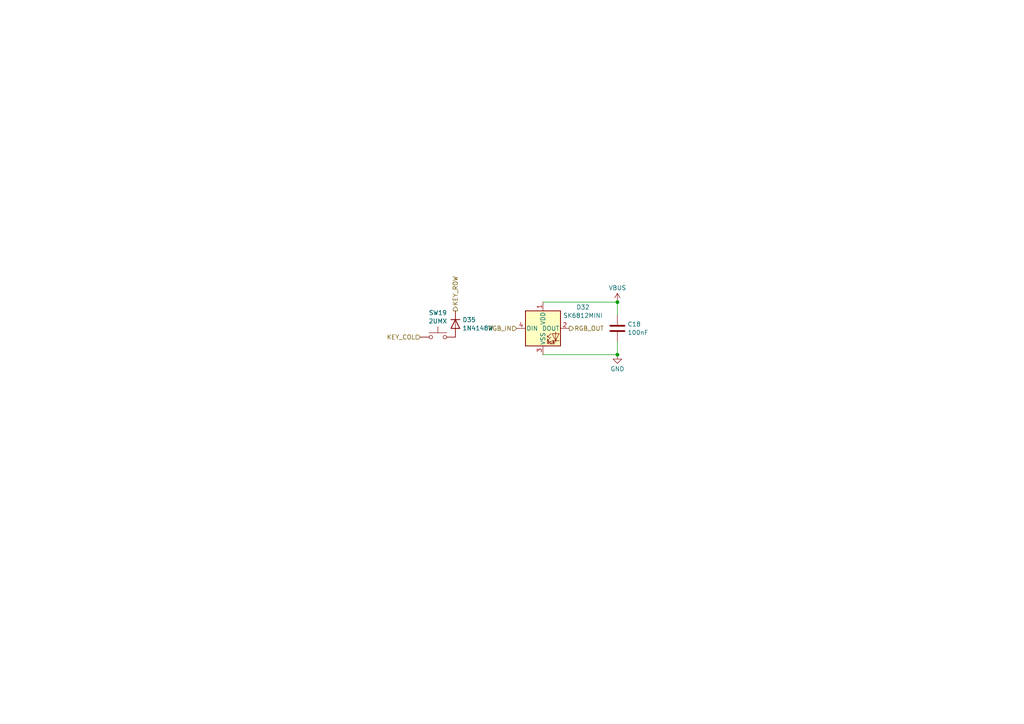
<source format=kicad_sch>
(kicad_sch (version 20231120) (generator "eeschema") (generator_version "8.0")
  (paper "A4")
  (lib_symbols
    (symbol "DecentUSB_Library:SK6812MINI" (pin_names (offset 0.254))
      (property "Reference" "D" (at 5.08 5.715 0))
      (property "Value" "SK6812MINI" (at 1.27 -5.715 0))
      (symbol "SK6812MINI_0_0"
        (text "RGB" (at 2.286 -4.191 0) (effects (font (size 0.762 0.762))))
      )
      (symbol "SK6812MINI_0_1"
        (polyline (pts (xy 1.27 -3.556) (xy 1.778 -3.556)))
        (polyline (pts (xy 1.27 -2.54) (xy 1.778 -2.54)))
        (polyline (pts (xy 4.699 -3.556) (xy 2.667 -3.556)))
        (polyline (pts (xy 2.286 -2.54) (xy 1.27 -3.556) (xy 1.27 -3.048)))
        (polyline (pts (xy 2.286 -1.524) (xy 1.27 -2.54) (xy 1.27 -2.032)))
        (polyline (pts (xy 3.683 -1.016) (xy 3.683 -3.556) (xy 3.683 -4.064)))
        (polyline (pts (xy 4.699 -1.524) (xy 2.667 -1.524) (xy 3.683 -3.556) (xy 4.699 -1.524)))
        (rectangle (start 5.08 5.08) (end -5.08 -5.08) (stroke (width 0.254)) (fill (type background)))
      )
      (symbol "SK6812MINI_1_1"
        (pin power_in line (at 0 7.62 270) (length 2.54) (name "VDD") (number "1"))
        (pin output line (at 7.62 0 180) (length 2.54) (name "DOUT") (number "2"))
        (pin power_in line (at 0 -7.62 90) (length 2.54) (name "VSS") (number "3"))
        (pin input line (at -7.62 0 0) (length 2.54) (name "DIN") (number "4"))
      )
    )
    (symbol "Device:C" (pin_numbers hide) (pin_names (offset 0.254))
      (property "Reference" "C" (at 0.635 2.54 0))
      (property "Value" "C" (at 0.635 -2.54 0))
      (symbol "C_0_1"
        (polyline (pts (xy -2.032 -0.762) (xy 2.032 -0.762)) (stroke (width 0.508)))
        (polyline (pts (xy -2.032 0.762) (xy 2.032 0.762)) (stroke (width 0.508)))
      )
      (symbol "C_1_1"
        (pin passive line (at 0 3.81 270) (length 2.794) (name "~") (number "1"))
        (pin passive line (at 0 -3.81 90) (length 2.794) (name "~") (number "2"))
      )
    )
    (symbol "Device:D" (pin_numbers hide) (pin_names (offset 1.016) hide)
      (property "Reference" "D" (at 0 2.54 0))
      (property "Value" "D" (at 0 -2.54 0))
      (symbol "D_0_1"
        (polyline (pts (xy -1.27 1.27) (xy -1.27 -1.27)) (stroke (width 0.254)))
        (polyline (pts (xy 1.27 0) (xy -1.27 0)))
        (polyline (pts (xy 1.27 1.27) (xy 1.27 -1.27) (xy -1.27 0) (xy 1.27 1.27)) (stroke (width 0.254)))
      )
      (symbol "D_1_1"
        (pin passive line (at -3.81 0 0) (length 2.54) (name "K") (number "1"))
        (pin passive line (at 3.81 0 180) (length 2.54) (name "A") (number "2"))
      )
    )
    (symbol "Switch:SW_Push" (pin_numbers hide) (pin_names (offset 1.016) hide)
      (property "Reference" "SW" (at 1.27 2.54 0))
      (property "Value" "SW_Push" (at 0 -1.524 0))
      (symbol "SW_Push_0_1"
        (circle (center -2.032 0) (radius 0.508))
        (polyline (pts (xy 0 1.27) (xy 0 3.048)))
        (polyline (pts (xy 2.54 1.27) (xy -2.54 1.27)))
        (circle (center 2.032 0) (radius 0.508))
        (pin passive line (at -5.08 0 0) (length 2.54) (name "1") (number "1"))
        (pin passive line (at 5.08 0 180) (length 2.54) (name "2") (number "2"))
      )
    )
    (symbol "power:GND" (power) (pin_numbers hide) (pin_names (offset 0) hide)
      (property "Value" "GND" (at 0 -3.81 0))
      (symbol "GND_0_1"
        (polyline (pts (xy 0 0) (xy 0 -1.27) (xy 1.27 -1.27) (xy 0 -2.54) (xy -1.27 -1.27) (xy 0 -1.27)))
      )
      (symbol "GND_1_1"
        (pin power_in line (at 0 0 270) (length 0) (name "~") (number "1"))
      )
    )
    (symbol "power:VBUS" (power) (pin_numbers hide) (pin_names (offset 0) hide)
      (property "Value" "VBUS" (at 0 3.556 0))
      (symbol "VBUS_0_1"
        (polyline (pts (xy -0.762 1.27) (xy 0 2.54)))
        (polyline (pts (xy 0 0) (xy 0 2.54)))
        (polyline (pts (xy 0 2.54) (xy 0.762 1.27)))
      )
      (symbol "VBUS_1_1"
        (pin power_in line (at 0 0 90) (length 0) (name "~") (number "1"))
      )
    )
  )
  (junction (at 179.07 87.63))
  (junction (at 179.07 102.87))
  (wire (pts (xy 179.07 102.87) (xy 157.48 102.87)))
  (wire (pts (xy 179.07 87.63) (xy 179.07 91.44)))
  (wire (pts (xy 157.48 87.63) (xy 179.07 87.63)))
  (wire (pts (xy 179.07 99.06) (xy 179.07 102.87)))
  (hierarchical_label "KEY_ROW" (shape output) (at 132.08 90.17 90))
  (hierarchical_label "KEY_COL" (shape input) (at 121.92 97.79 180))
  (hierarchical_label "RGB_OUT" (shape output) (at 165.1 95.25 0))
  (hierarchical_label "RGB_IN" (shape input) (at 149.86 95.25 180))
  (symbol (lib_id "Device:D") (at 132.08 93.98 270) (unit 1)
    (property "Reference" "D35" (at 134.112 92.7678 90) (effects (justify left)))
    (property "Value" "1N4148W" (at 134.112 95.1921 90) (effects (justify left)))
    (property "Footprint" "DecenTKL:D_SOD-123" (effects (hide yes)))
    (property "Description" "Diode" (effects (hide yes)))
    (property "Sim.Device" "D" (effects (hide yes)))
    (property "Sim.Pins" "1=K 2=A" (effects (hide yes)))
    (property "JLCPCB Part #" "C181134" (effects (hide yes)))
  )
  (symbol (lib_id "power:GND") (at 179.07 102.87 0) (unit 1)
    (property "Reference" "#PWR068" (effects (hide yes)))
    (property "Value" "GND" (at 179.07 107.0031 0))
    (property "Description" "Power symbol creates a global label with name \"GND\" , ground" (effects (hide yes)))
    (instances (project "" (path "" (reference "#PWR068") (unit 1)) (path "" (reference "#PWR061") (unit 1)) (path "" (reference "#PWR057") (unit 1)) (path "" (reference "#PWR062") (unit 1)) (path "" (reference "#PWR064") (unit 1)) (path "" (reference "#PWR058") (unit 1)) (path "" (reference "#PWR070") (unit 1)) (path "" (reference "#PWR063") (unit 1)) (path "" (reference "#PWR055") (unit 1)) (path "" (reference "#PWR066") (unit 1)) (path "" (reference "#PWR059") (unit 1)) (path "" (reference "#PWR071") (unit 1)) (path "" (reference "#PWR056") (unit 1)) (path "" (reference "#PWR069") (unit 1)) (path "" (reference "#PWR067") (unit 1)) (path "" (reference "#PWR060") (unit 1)) (path "" (reference "#PWR065") (unit 1))))
  )
  (symbol (lib_id "power:VBUS") (at 179.07 87.63 0) (unit 1)
    (property "Reference" "#PWR092" (effects (hide yes)))
    (property "Value" "VBUS" (at 179.07 83.4969 0))
    (property "Description" "Power symbol creates a global label with name \"VBUS\"" (effects (hide yes)))
  )
  (symbol (lib_id "Device:C") (at 179.07 95.25 0) (unit 1)
    (property "Reference" "C18" (at 181.991 94.0378 0) (effects (justify left)))
    (property "Value" "100nF" (at 181.991 96.4621 0) (effects (justify left)))
    (property "Footprint" "DecenTKL:C_0603_1608Metric" (effects (hide yes)))
    (property "Description" "Unpolarized capacitor" (effects (hide yes)))
    (property "JLCPCB Part #" "C14663" (effects (hide yes)))
  )
  (symbol (lib_id "Switch:SW_Push") (at 127 97.79 0) (unit 1)
    (property "Reference" "SW19" (at 127 90.7245 0))
    (property "Value" "2UMX" (at 127 93.1488 0))
    (property "Footprint" "DecenTKL:Kailh_socket_MX_2-00U" (effects (hide yes)))
    (property "Description" "Push button switch, generic, two pins" (effects (hide yes)))
    (property "JLCPCB Part #" "C5156480" (effects (hide yes)))
    (property "JLCPCB Layer Override" "B.Cu" (effects (hide yes)))
  )
  (symbol (lib_id "DecentUSB_Library:SK6812MINI") (at 157.48 95.25 0) (unit 1)
    (property "Reference" "D32" (at 169.0877 89.105 0))
    (property "Value" "SK6812MINI" (at 169.0877 91.5293 0))
    (property "Footprint" "LED_SMD:LED_SK6812MINI_PLCC4_3.5x3.5mm_P1.75mm" (effects (hide yes)))
    (property "Datasheet" "https://cdn-shop.adafruit.com/product-files/2686/SK6812MINI_REV.01-1-2.pdf" (effects (hide yes)))
    (property "Description" "RGB LED with integrated controller" (effects (hide yes)))
    (property "JLCPCB Part #" "C5149201" (effects (hide yes)))
    (instances (project "" (path "" (reference "D32") (unit 1)) (path "" (reference "D18") (unit 1)) (path "" (reference "D10") (unit 1)) (path "" (reference "D20") (unit 1)) (path "" (reference "D24") (unit 1)) (path "" (reference "D12") (unit 1)) (path "" (reference "D4") (unit 1)) (path "" (reference "D36") (unit 1)) (path "" (reference "D2") (unit 1)) (path "" (reference "D22") (unit 1)) (path "" (reference "D6") (unit 1)) (path "" (reference "D28") (unit 1)) (path "" (reference "D14") (unit 1)) (path "" (reference "D38") (unit 1)) (path "" (reference "D8") (unit 1)) (path "" (reference "D34") (unit 1)) (path "" (reference "D30") (unit 1)) (path "" (reference "D16") (unit 1)) (path "" (reference "D26") (unit 1))))
  )
)
</source>
